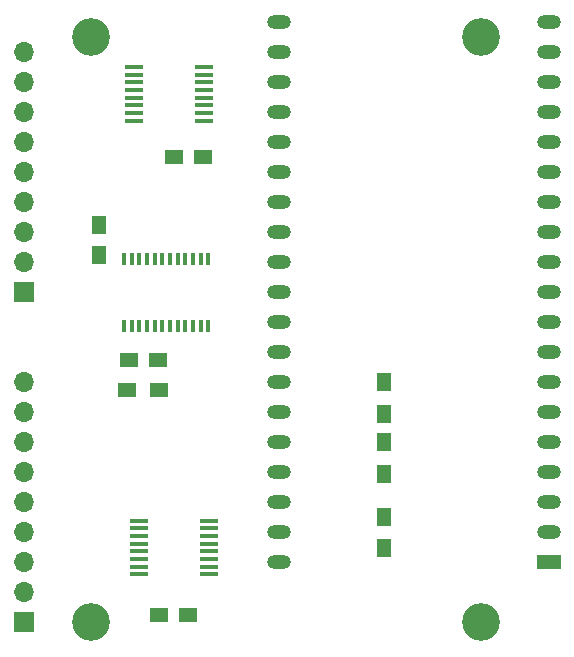
<source format=gbr>
%TF.GenerationSoftware,KiCad,Pcbnew,(5.1.9)-1*%
%TF.CreationDate,2021-05-14T21:25:46-04:00*%
%TF.ProjectId,AtariWiiWifi,41746172-6957-4696-9957-6966692e6b69,rev?*%
%TF.SameCoordinates,Original*%
%TF.FileFunction,Soldermask,Top*%
%TF.FilePolarity,Negative*%
%FSLAX46Y46*%
G04 Gerber Fmt 4.6, Leading zero omitted, Abs format (unit mm)*
G04 Created by KiCad (PCBNEW (5.1.9)-1) date 2021-05-14 21:25:46*
%MOMM*%
%LPD*%
G01*
G04 APERTURE LIST*
%ADD10C,3.200000*%
%ADD11R,1.250000X1.500000*%
%ADD12O,1.700000X1.700000*%
%ADD13R,1.700000X1.700000*%
%ADD14R,1.500000X1.300000*%
%ADD15R,1.300000X1.500000*%
%ADD16R,0.400000X1.100000*%
%ADD17R,1.500000X0.450000*%
%ADD18O,2.000000X1.200000*%
%ADD19R,2.000000X1.200000*%
%ADD20R,1.500000X1.250000*%
G04 APERTURE END LIST*
D10*
%TO.C,REF\u002A\u002A*%
X135255000Y-71120000D03*
%TD*%
%TO.C,REF\u002A\u002A*%
X168275000Y-71120000D03*
%TD*%
%TO.C,REF\u002A\u002A*%
X135255000Y-120650000D03*
%TD*%
%TO.C,REF\u002A\u002A*%
X168275000Y-120650000D03*
%TD*%
D11*
%TO.C,C1*%
X135890000Y-87015000D03*
X135890000Y-89515000D03*
%TD*%
D12*
%TO.C,J1A1*%
X129540000Y-100330000D03*
X129540000Y-102870000D03*
X129540000Y-105410000D03*
X129540000Y-107950000D03*
X129540000Y-110490000D03*
X129540000Y-113030000D03*
X129540000Y-115570000D03*
X129540000Y-118110000D03*
D13*
X129540000Y-120650000D03*
%TD*%
%TO.C,J2A1*%
X129540000Y-92710000D03*
D12*
X129540000Y-90170000D03*
X129540000Y-87630000D03*
X129540000Y-85090000D03*
X129540000Y-82550000D03*
X129540000Y-80010000D03*
X129540000Y-77470000D03*
X129540000Y-74930000D03*
X129540000Y-72390000D03*
%TD*%
D14*
%TO.C,R1*%
X140970000Y-100965000D03*
X138270000Y-100965000D03*
%TD*%
D15*
%TO.C,R2*%
X160020000Y-103030000D03*
X160020000Y-100330000D03*
%TD*%
%TO.C,R3*%
X160020000Y-111680000D03*
X160020000Y-114380000D03*
%TD*%
%TO.C,R4*%
X160020000Y-105410000D03*
X160020000Y-108110000D03*
%TD*%
D16*
%TO.C,U1*%
X138030000Y-89860000D03*
X138680000Y-89860000D03*
X139330000Y-89860000D03*
X139980000Y-89860000D03*
X140630000Y-89860000D03*
X141280000Y-89860000D03*
X141930000Y-89860000D03*
X142580000Y-89860000D03*
X143230000Y-89860000D03*
X143880000Y-89860000D03*
X144530000Y-89860000D03*
X145180000Y-89860000D03*
X145180000Y-95560000D03*
X144530000Y-95560000D03*
X143880000Y-95560000D03*
X143230000Y-95560000D03*
X142580000Y-95560000D03*
X141930000Y-95560000D03*
X141280000Y-95560000D03*
X140630000Y-95560000D03*
X139980000Y-95560000D03*
X139330000Y-95560000D03*
X138680000Y-95560000D03*
X138030000Y-95560000D03*
%TD*%
D17*
%TO.C,U2*%
X138880000Y-73630000D03*
X138880000Y-74280000D03*
X138880000Y-74930000D03*
X138880000Y-75580000D03*
X138880000Y-76230000D03*
X138880000Y-76880000D03*
X138880000Y-77530000D03*
X138880000Y-78180000D03*
X144780000Y-78180000D03*
X144780000Y-77530000D03*
X144780000Y-76880000D03*
X144780000Y-76230000D03*
X144780000Y-75580000D03*
X144780000Y-74930000D03*
X144780000Y-74280000D03*
X144780000Y-73630000D03*
%TD*%
%TO.C,U3*%
X145190000Y-112025000D03*
X145190000Y-112675000D03*
X145190000Y-113325000D03*
X145190000Y-113975000D03*
X145190000Y-114625000D03*
X145190000Y-115275000D03*
X145190000Y-115925000D03*
X145190000Y-116575000D03*
X139290000Y-116575000D03*
X139290000Y-115925000D03*
X139290000Y-115275000D03*
X139290000Y-114625000D03*
X139290000Y-113975000D03*
X139290000Y-113325000D03*
X139290000Y-112675000D03*
X139290000Y-112025000D03*
%TD*%
D18*
%TO.C,U4*%
X151130000Y-115570000D03*
D19*
X173990000Y-115570000D03*
D18*
X151130000Y-113030000D03*
X173990000Y-113030000D03*
X151130000Y-110490000D03*
X173990000Y-110490000D03*
X151130000Y-107950000D03*
X173990000Y-107950000D03*
X151130000Y-105410000D03*
X173990000Y-105410000D03*
X151130000Y-102870000D03*
X173990000Y-102870000D03*
X151130000Y-100330000D03*
X173990000Y-100330000D03*
X151130000Y-97790000D03*
X173990000Y-97790000D03*
X151130000Y-95250000D03*
X173990000Y-95250000D03*
X151130000Y-92710000D03*
X173990000Y-92710000D03*
X151130000Y-90170000D03*
X173990000Y-90170000D03*
X151130000Y-87630000D03*
X173990000Y-87630000D03*
X151130000Y-85090000D03*
X173990000Y-85090000D03*
X151130000Y-82550000D03*
X173990000Y-82550000D03*
X151130000Y-80010000D03*
X173990000Y-80010000D03*
X151130000Y-77470000D03*
X173990000Y-77470000D03*
X151130000Y-74930000D03*
X173990000Y-74930000D03*
X151130000Y-72390000D03*
X173990000Y-72390000D03*
X151130000Y-69850000D03*
X173990000Y-69850000D03*
%TD*%
D20*
%TO.C,C2*%
X140990000Y-120015000D03*
X143490000Y-120015000D03*
%TD*%
%TO.C,C3*%
X140950000Y-98425000D03*
X138450000Y-98425000D03*
%TD*%
%TO.C,C4*%
X142260000Y-81280000D03*
X144760000Y-81280000D03*
%TD*%
M02*

</source>
